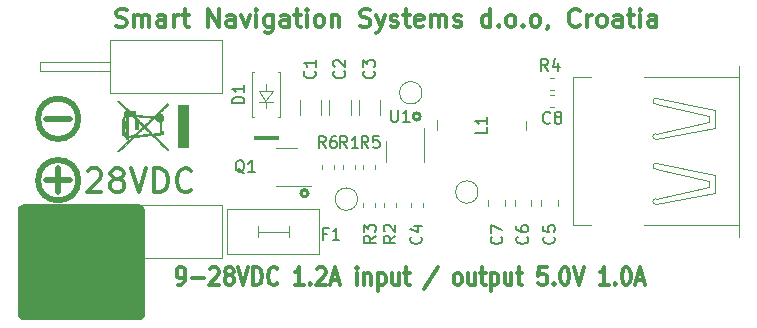
<source format=gbr>
G04 #@! TF.GenerationSoftware,KiCad,Pcbnew,5.0.2-bee76a0~70~ubuntu16.04.1*
G04 #@! TF.CreationDate,2019-02-21T23:56:22+01:00*
G04 #@! TF.ProjectId,24VDC_to_USB_voltage_converter,32345644-435f-4746-9f5f-5553425f766f,rev?*
G04 #@! TF.SameCoordinates,Original*
G04 #@! TF.FileFunction,Legend,Top*
G04 #@! TF.FilePolarity,Positive*
%FSLAX46Y46*%
G04 Gerber Fmt 4.6, Leading zero omitted, Abs format (unit mm)*
G04 Created by KiCad (PCBNEW 5.0.2-bee76a0~70~ubuntu16.04.1) date Thu 21 Feb 2019 11:56:22 PM CET*
%MOMM*%
%LPD*%
G01*
G04 APERTURE LIST*
%ADD10C,0.200000*%
%ADD11C,0.300000*%
%ADD12C,0.500000*%
%ADD13C,0.120000*%
%ADD14C,0.100000*%
%ADD15C,0.010000*%
%ADD16C,0.150000*%
G04 APERTURE END LIST*
D10*
X138000000Y-85000000D02*
G75*
G03X138000000Y-85000000I-250000J0D01*
G01*
X138103553Y-85000000D02*
G75*
G03X138103553Y-85000000I-353553J0D01*
G01*
X128500000Y-91500000D02*
G75*
G03X128500000Y-91500000I-250000J0D01*
G01*
X128603553Y-91500000D02*
G75*
G03X128603553Y-91500000I-353553J0D01*
G01*
D11*
X117545238Y-99278571D02*
X117792857Y-99278571D01*
X117916666Y-99207142D01*
X117978571Y-99135714D01*
X118102380Y-98921428D01*
X118164285Y-98635714D01*
X118164285Y-98064285D01*
X118102380Y-97921428D01*
X118040476Y-97850000D01*
X117916666Y-97778571D01*
X117669047Y-97778571D01*
X117545238Y-97850000D01*
X117483333Y-97921428D01*
X117421428Y-98064285D01*
X117421428Y-98421428D01*
X117483333Y-98564285D01*
X117545238Y-98635714D01*
X117669047Y-98707142D01*
X117916666Y-98707142D01*
X118040476Y-98635714D01*
X118102380Y-98564285D01*
X118164285Y-98421428D01*
X118721428Y-98707142D02*
X119711904Y-98707142D01*
X120269047Y-97921428D02*
X120330952Y-97850000D01*
X120454761Y-97778571D01*
X120764285Y-97778571D01*
X120888095Y-97850000D01*
X120950000Y-97921428D01*
X121011904Y-98064285D01*
X121011904Y-98207142D01*
X120950000Y-98421428D01*
X120207142Y-99278571D01*
X121011904Y-99278571D01*
X121754761Y-98421428D02*
X121630952Y-98350000D01*
X121569047Y-98278571D01*
X121507142Y-98135714D01*
X121507142Y-98064285D01*
X121569047Y-97921428D01*
X121630952Y-97850000D01*
X121754761Y-97778571D01*
X122002380Y-97778571D01*
X122126190Y-97850000D01*
X122188095Y-97921428D01*
X122250000Y-98064285D01*
X122250000Y-98135714D01*
X122188095Y-98278571D01*
X122126190Y-98350000D01*
X122002380Y-98421428D01*
X121754761Y-98421428D01*
X121630952Y-98492857D01*
X121569047Y-98564285D01*
X121507142Y-98707142D01*
X121507142Y-98992857D01*
X121569047Y-99135714D01*
X121630952Y-99207142D01*
X121754761Y-99278571D01*
X122002380Y-99278571D01*
X122126190Y-99207142D01*
X122188095Y-99135714D01*
X122250000Y-98992857D01*
X122250000Y-98707142D01*
X122188095Y-98564285D01*
X122126190Y-98492857D01*
X122002380Y-98421428D01*
X122621428Y-97778571D02*
X123054761Y-99278571D01*
X123488095Y-97778571D01*
X123921428Y-99278571D02*
X123921428Y-97778571D01*
X124230952Y-97778571D01*
X124416666Y-97850000D01*
X124540476Y-97992857D01*
X124602380Y-98135714D01*
X124664285Y-98421428D01*
X124664285Y-98635714D01*
X124602380Y-98921428D01*
X124540476Y-99064285D01*
X124416666Y-99207142D01*
X124230952Y-99278571D01*
X123921428Y-99278571D01*
X125964285Y-99135714D02*
X125902380Y-99207142D01*
X125716666Y-99278571D01*
X125592857Y-99278571D01*
X125407142Y-99207142D01*
X125283333Y-99064285D01*
X125221428Y-98921428D01*
X125159523Y-98635714D01*
X125159523Y-98421428D01*
X125221428Y-98135714D01*
X125283333Y-97992857D01*
X125407142Y-97850000D01*
X125592857Y-97778571D01*
X125716666Y-97778571D01*
X125902380Y-97850000D01*
X125964285Y-97921428D01*
X128192857Y-99278571D02*
X127450000Y-99278571D01*
X127821428Y-99278571D02*
X127821428Y-97778571D01*
X127697619Y-97992857D01*
X127573809Y-98135714D01*
X127450000Y-98207142D01*
X128750000Y-99135714D02*
X128811904Y-99207142D01*
X128750000Y-99278571D01*
X128688095Y-99207142D01*
X128750000Y-99135714D01*
X128750000Y-99278571D01*
X129307142Y-97921428D02*
X129369047Y-97850000D01*
X129492857Y-97778571D01*
X129802380Y-97778571D01*
X129926190Y-97850000D01*
X129988095Y-97921428D01*
X130050000Y-98064285D01*
X130050000Y-98207142D01*
X129988095Y-98421428D01*
X129245238Y-99278571D01*
X130050000Y-99278571D01*
X130545238Y-98850000D02*
X131164285Y-98850000D01*
X130421428Y-99278571D02*
X130854761Y-97778571D01*
X131288095Y-99278571D01*
X132711904Y-99278571D02*
X132711904Y-98278571D01*
X132711904Y-97778571D02*
X132650000Y-97850000D01*
X132711904Y-97921428D01*
X132773809Y-97850000D01*
X132711904Y-97778571D01*
X132711904Y-97921428D01*
X133330952Y-98278571D02*
X133330952Y-99278571D01*
X133330952Y-98421428D02*
X133392857Y-98350000D01*
X133516666Y-98278571D01*
X133702380Y-98278571D01*
X133826190Y-98350000D01*
X133888095Y-98492857D01*
X133888095Y-99278571D01*
X134507142Y-98278571D02*
X134507142Y-99778571D01*
X134507142Y-98350000D02*
X134630952Y-98278571D01*
X134878571Y-98278571D01*
X135002380Y-98350000D01*
X135064285Y-98421428D01*
X135126190Y-98564285D01*
X135126190Y-98992857D01*
X135064285Y-99135714D01*
X135002380Y-99207142D01*
X134878571Y-99278571D01*
X134630952Y-99278571D01*
X134507142Y-99207142D01*
X136240476Y-98278571D02*
X136240476Y-99278571D01*
X135683333Y-98278571D02*
X135683333Y-99064285D01*
X135745238Y-99207142D01*
X135869047Y-99278571D01*
X136054761Y-99278571D01*
X136178571Y-99207142D01*
X136240476Y-99135714D01*
X136673809Y-98278571D02*
X137169047Y-98278571D01*
X136859523Y-97778571D02*
X136859523Y-99064285D01*
X136921428Y-99207142D01*
X137045238Y-99278571D01*
X137169047Y-99278571D01*
X139521428Y-97707142D02*
X138407142Y-99635714D01*
X141130952Y-99278571D02*
X141007142Y-99207142D01*
X140945238Y-99135714D01*
X140883333Y-98992857D01*
X140883333Y-98564285D01*
X140945238Y-98421428D01*
X141007142Y-98350000D01*
X141130952Y-98278571D01*
X141316666Y-98278571D01*
X141440476Y-98350000D01*
X141502380Y-98421428D01*
X141564285Y-98564285D01*
X141564285Y-98992857D01*
X141502380Y-99135714D01*
X141440476Y-99207142D01*
X141316666Y-99278571D01*
X141130952Y-99278571D01*
X142678571Y-98278571D02*
X142678571Y-99278571D01*
X142121428Y-98278571D02*
X142121428Y-99064285D01*
X142183333Y-99207142D01*
X142307142Y-99278571D01*
X142492857Y-99278571D01*
X142616666Y-99207142D01*
X142678571Y-99135714D01*
X143111904Y-98278571D02*
X143607142Y-98278571D01*
X143297619Y-97778571D02*
X143297619Y-99064285D01*
X143359523Y-99207142D01*
X143483333Y-99278571D01*
X143607142Y-99278571D01*
X144040476Y-98278571D02*
X144040476Y-99778571D01*
X144040476Y-98350000D02*
X144164285Y-98278571D01*
X144411904Y-98278571D01*
X144535714Y-98350000D01*
X144597619Y-98421428D01*
X144659523Y-98564285D01*
X144659523Y-98992857D01*
X144597619Y-99135714D01*
X144535714Y-99207142D01*
X144411904Y-99278571D01*
X144164285Y-99278571D01*
X144040476Y-99207142D01*
X145773809Y-98278571D02*
X145773809Y-99278571D01*
X145216666Y-98278571D02*
X145216666Y-99064285D01*
X145278571Y-99207142D01*
X145402380Y-99278571D01*
X145588095Y-99278571D01*
X145711904Y-99207142D01*
X145773809Y-99135714D01*
X146207142Y-98278571D02*
X146702380Y-98278571D01*
X146392857Y-97778571D02*
X146392857Y-99064285D01*
X146454761Y-99207142D01*
X146578571Y-99278571D01*
X146702380Y-99278571D01*
X148745238Y-97778571D02*
X148126190Y-97778571D01*
X148064285Y-98492857D01*
X148126190Y-98421428D01*
X148250000Y-98350000D01*
X148559523Y-98350000D01*
X148683333Y-98421428D01*
X148745238Y-98492857D01*
X148807142Y-98635714D01*
X148807142Y-98992857D01*
X148745238Y-99135714D01*
X148683333Y-99207142D01*
X148559523Y-99278571D01*
X148250000Y-99278571D01*
X148126190Y-99207142D01*
X148064285Y-99135714D01*
X149364285Y-99135714D02*
X149426190Y-99207142D01*
X149364285Y-99278571D01*
X149302380Y-99207142D01*
X149364285Y-99135714D01*
X149364285Y-99278571D01*
X150230952Y-97778571D02*
X150354761Y-97778571D01*
X150478571Y-97850000D01*
X150540476Y-97921428D01*
X150602380Y-98064285D01*
X150664285Y-98350000D01*
X150664285Y-98707142D01*
X150602380Y-98992857D01*
X150540476Y-99135714D01*
X150478571Y-99207142D01*
X150354761Y-99278571D01*
X150230952Y-99278571D01*
X150107142Y-99207142D01*
X150045238Y-99135714D01*
X149983333Y-98992857D01*
X149921428Y-98707142D01*
X149921428Y-98350000D01*
X149983333Y-98064285D01*
X150045238Y-97921428D01*
X150107142Y-97850000D01*
X150230952Y-97778571D01*
X151035714Y-97778571D02*
X151469047Y-99278571D01*
X151902380Y-97778571D01*
X154007142Y-99278571D02*
X153264285Y-99278571D01*
X153635714Y-99278571D02*
X153635714Y-97778571D01*
X153511904Y-97992857D01*
X153388095Y-98135714D01*
X153264285Y-98207142D01*
X154564285Y-99135714D02*
X154626190Y-99207142D01*
X154564285Y-99278571D01*
X154502380Y-99207142D01*
X154564285Y-99135714D01*
X154564285Y-99278571D01*
X155430952Y-97778571D02*
X155554761Y-97778571D01*
X155678571Y-97850000D01*
X155740476Y-97921428D01*
X155802380Y-98064285D01*
X155864285Y-98350000D01*
X155864285Y-98707142D01*
X155802380Y-98992857D01*
X155740476Y-99135714D01*
X155678571Y-99207142D01*
X155554761Y-99278571D01*
X155430952Y-99278571D01*
X155307142Y-99207142D01*
X155245238Y-99135714D01*
X155183333Y-98992857D01*
X155121428Y-98707142D01*
X155121428Y-98350000D01*
X155183333Y-98064285D01*
X155245238Y-97921428D01*
X155307142Y-97850000D01*
X155430952Y-97778571D01*
X156359523Y-98850000D02*
X156978571Y-98850000D01*
X156235714Y-99278571D02*
X156669047Y-97778571D01*
X157102380Y-99278571D01*
X109919047Y-89595238D02*
X110014285Y-89500000D01*
X110204761Y-89404761D01*
X110680952Y-89404761D01*
X110871428Y-89500000D01*
X110966666Y-89595238D01*
X111061904Y-89785714D01*
X111061904Y-89976190D01*
X110966666Y-90261904D01*
X109823809Y-91404761D01*
X111061904Y-91404761D01*
X112204761Y-90261904D02*
X112014285Y-90166666D01*
X111919047Y-90071428D01*
X111823809Y-89880952D01*
X111823809Y-89785714D01*
X111919047Y-89595238D01*
X112014285Y-89500000D01*
X112204761Y-89404761D01*
X112585714Y-89404761D01*
X112776190Y-89500000D01*
X112871428Y-89595238D01*
X112966666Y-89785714D01*
X112966666Y-89880952D01*
X112871428Y-90071428D01*
X112776190Y-90166666D01*
X112585714Y-90261904D01*
X112204761Y-90261904D01*
X112014285Y-90357142D01*
X111919047Y-90452380D01*
X111823809Y-90642857D01*
X111823809Y-91023809D01*
X111919047Y-91214285D01*
X112014285Y-91309523D01*
X112204761Y-91404761D01*
X112585714Y-91404761D01*
X112776190Y-91309523D01*
X112871428Y-91214285D01*
X112966666Y-91023809D01*
X112966666Y-90642857D01*
X112871428Y-90452380D01*
X112776190Y-90357142D01*
X112585714Y-90261904D01*
X113538095Y-89404761D02*
X114204761Y-91404761D01*
X114871428Y-89404761D01*
X115538095Y-91404761D02*
X115538095Y-89404761D01*
X116014285Y-89404761D01*
X116300000Y-89500000D01*
X116490476Y-89690476D01*
X116585714Y-89880952D01*
X116680952Y-90261904D01*
X116680952Y-90547619D01*
X116585714Y-90928571D01*
X116490476Y-91119047D01*
X116300000Y-91309523D01*
X116014285Y-91404761D01*
X115538095Y-91404761D01*
X118680952Y-91214285D02*
X118585714Y-91309523D01*
X118300000Y-91404761D01*
X118109523Y-91404761D01*
X117823809Y-91309523D01*
X117633333Y-91119047D01*
X117538095Y-90928571D01*
X117442857Y-90547619D01*
X117442857Y-90261904D01*
X117538095Y-89880952D01*
X117633333Y-89690476D01*
X117823809Y-89500000D01*
X118109523Y-89404761D01*
X118300000Y-89404761D01*
X118585714Y-89500000D01*
X118680952Y-89595238D01*
D12*
X106400000Y-85200000D02*
X108400000Y-85200000D01*
X109108801Y-85200000D02*
G75*
G03X109108801Y-85200000I-1708801J0D01*
G01*
X107400000Y-91400000D02*
X107400000Y-89400000D01*
X109108801Y-90400000D02*
G75*
G03X109108801Y-90400000I-1708801J0D01*
G01*
X106400000Y-90400000D02*
X108400000Y-90400000D01*
D11*
X112332142Y-77332142D02*
X112546428Y-77403571D01*
X112903571Y-77403571D01*
X113046428Y-77332142D01*
X113117857Y-77260714D01*
X113189285Y-77117857D01*
X113189285Y-76975000D01*
X113117857Y-76832142D01*
X113046428Y-76760714D01*
X112903571Y-76689285D01*
X112617857Y-76617857D01*
X112475000Y-76546428D01*
X112403571Y-76475000D01*
X112332142Y-76332142D01*
X112332142Y-76189285D01*
X112403571Y-76046428D01*
X112475000Y-75975000D01*
X112617857Y-75903571D01*
X112975000Y-75903571D01*
X113189285Y-75975000D01*
X113832142Y-77403571D02*
X113832142Y-76403571D01*
X113832142Y-76546428D02*
X113903571Y-76475000D01*
X114046428Y-76403571D01*
X114260714Y-76403571D01*
X114403571Y-76475000D01*
X114475000Y-76617857D01*
X114475000Y-77403571D01*
X114475000Y-76617857D02*
X114546428Y-76475000D01*
X114689285Y-76403571D01*
X114903571Y-76403571D01*
X115046428Y-76475000D01*
X115117857Y-76617857D01*
X115117857Y-77403571D01*
X116475000Y-77403571D02*
X116475000Y-76617857D01*
X116403571Y-76475000D01*
X116260714Y-76403571D01*
X115975000Y-76403571D01*
X115832142Y-76475000D01*
X116475000Y-77332142D02*
X116332142Y-77403571D01*
X115975000Y-77403571D01*
X115832142Y-77332142D01*
X115760714Y-77189285D01*
X115760714Y-77046428D01*
X115832142Y-76903571D01*
X115975000Y-76832142D01*
X116332142Y-76832142D01*
X116475000Y-76760714D01*
X117189285Y-77403571D02*
X117189285Y-76403571D01*
X117189285Y-76689285D02*
X117260714Y-76546428D01*
X117332142Y-76475000D01*
X117475000Y-76403571D01*
X117617857Y-76403571D01*
X117903571Y-76403571D02*
X118475000Y-76403571D01*
X118117857Y-75903571D02*
X118117857Y-77189285D01*
X118189285Y-77332142D01*
X118332142Y-77403571D01*
X118475000Y-77403571D01*
X120117857Y-77403571D02*
X120117857Y-75903571D01*
X120975000Y-77403571D01*
X120975000Y-75903571D01*
X122332142Y-77403571D02*
X122332142Y-76617857D01*
X122260714Y-76475000D01*
X122117857Y-76403571D01*
X121832142Y-76403571D01*
X121689285Y-76475000D01*
X122332142Y-77332142D02*
X122189285Y-77403571D01*
X121832142Y-77403571D01*
X121689285Y-77332142D01*
X121617857Y-77189285D01*
X121617857Y-77046428D01*
X121689285Y-76903571D01*
X121832142Y-76832142D01*
X122189285Y-76832142D01*
X122332142Y-76760714D01*
X122903571Y-76403571D02*
X123260714Y-77403571D01*
X123617857Y-76403571D01*
X124189285Y-77403571D02*
X124189285Y-76403571D01*
X124189285Y-75903571D02*
X124117857Y-75975000D01*
X124189285Y-76046428D01*
X124260714Y-75975000D01*
X124189285Y-75903571D01*
X124189285Y-76046428D01*
X125546428Y-76403571D02*
X125546428Y-77617857D01*
X125475000Y-77760714D01*
X125403571Y-77832142D01*
X125260714Y-77903571D01*
X125046428Y-77903571D01*
X124903571Y-77832142D01*
X125546428Y-77332142D02*
X125403571Y-77403571D01*
X125117857Y-77403571D01*
X124975000Y-77332142D01*
X124903571Y-77260714D01*
X124832142Y-77117857D01*
X124832142Y-76689285D01*
X124903571Y-76546428D01*
X124975000Y-76475000D01*
X125117857Y-76403571D01*
X125403571Y-76403571D01*
X125546428Y-76475000D01*
X126903571Y-77403571D02*
X126903571Y-76617857D01*
X126832142Y-76475000D01*
X126689285Y-76403571D01*
X126403571Y-76403571D01*
X126260714Y-76475000D01*
X126903571Y-77332142D02*
X126760714Y-77403571D01*
X126403571Y-77403571D01*
X126260714Y-77332142D01*
X126189285Y-77189285D01*
X126189285Y-77046428D01*
X126260714Y-76903571D01*
X126403571Y-76832142D01*
X126760714Y-76832142D01*
X126903571Y-76760714D01*
X127403571Y-76403571D02*
X127975000Y-76403571D01*
X127617857Y-75903571D02*
X127617857Y-77189285D01*
X127689285Y-77332142D01*
X127832142Y-77403571D01*
X127975000Y-77403571D01*
X128474999Y-77403571D02*
X128474999Y-76403571D01*
X128474999Y-75903571D02*
X128403571Y-75975000D01*
X128474999Y-76046428D01*
X128546428Y-75975000D01*
X128474999Y-75903571D01*
X128474999Y-76046428D01*
X129403571Y-77403571D02*
X129260714Y-77332142D01*
X129189285Y-77260714D01*
X129117857Y-77117857D01*
X129117857Y-76689285D01*
X129189285Y-76546428D01*
X129260714Y-76475000D01*
X129403571Y-76403571D01*
X129617857Y-76403571D01*
X129760714Y-76475000D01*
X129832142Y-76546428D01*
X129903571Y-76689285D01*
X129903571Y-77117857D01*
X129832142Y-77260714D01*
X129760714Y-77332142D01*
X129617857Y-77403571D01*
X129403571Y-77403571D01*
X130546428Y-76403571D02*
X130546428Y-77403571D01*
X130546428Y-76546428D02*
X130617857Y-76475000D01*
X130760714Y-76403571D01*
X130975000Y-76403571D01*
X131117857Y-76475000D01*
X131189285Y-76617857D01*
X131189285Y-77403571D01*
X132975000Y-77332142D02*
X133189285Y-77403571D01*
X133546428Y-77403571D01*
X133689285Y-77332142D01*
X133760714Y-77260714D01*
X133832142Y-77117857D01*
X133832142Y-76975000D01*
X133760714Y-76832142D01*
X133689285Y-76760714D01*
X133546428Y-76689285D01*
X133260714Y-76617857D01*
X133117857Y-76546428D01*
X133046428Y-76475000D01*
X132975000Y-76332142D01*
X132975000Y-76189285D01*
X133046428Y-76046428D01*
X133117857Y-75975000D01*
X133260714Y-75903571D01*
X133617857Y-75903571D01*
X133832142Y-75975000D01*
X134332142Y-76403571D02*
X134689285Y-77403571D01*
X135046428Y-76403571D02*
X134689285Y-77403571D01*
X134546428Y-77760714D01*
X134475000Y-77832142D01*
X134332142Y-77903571D01*
X135546428Y-77332142D02*
X135689285Y-77403571D01*
X135975000Y-77403571D01*
X136117857Y-77332142D01*
X136189285Y-77189285D01*
X136189285Y-77117857D01*
X136117857Y-76975000D01*
X135975000Y-76903571D01*
X135760714Y-76903571D01*
X135617857Y-76832142D01*
X135546428Y-76689285D01*
X135546428Y-76617857D01*
X135617857Y-76475000D01*
X135760714Y-76403571D01*
X135975000Y-76403571D01*
X136117857Y-76475000D01*
X136617857Y-76403571D02*
X137189285Y-76403571D01*
X136832142Y-75903571D02*
X136832142Y-77189285D01*
X136903571Y-77332142D01*
X137046428Y-77403571D01*
X137189285Y-77403571D01*
X138260714Y-77332142D02*
X138117857Y-77403571D01*
X137832142Y-77403571D01*
X137689285Y-77332142D01*
X137617857Y-77189285D01*
X137617857Y-76617857D01*
X137689285Y-76475000D01*
X137832142Y-76403571D01*
X138117857Y-76403571D01*
X138260714Y-76475000D01*
X138332142Y-76617857D01*
X138332142Y-76760714D01*
X137617857Y-76903571D01*
X138975000Y-77403571D02*
X138975000Y-76403571D01*
X138975000Y-76546428D02*
X139046428Y-76475000D01*
X139189285Y-76403571D01*
X139403571Y-76403571D01*
X139546428Y-76475000D01*
X139617857Y-76617857D01*
X139617857Y-77403571D01*
X139617857Y-76617857D02*
X139689285Y-76475000D01*
X139832142Y-76403571D01*
X140046428Y-76403571D01*
X140189285Y-76475000D01*
X140260714Y-76617857D01*
X140260714Y-77403571D01*
X140903571Y-77332142D02*
X141046428Y-77403571D01*
X141332142Y-77403571D01*
X141475000Y-77332142D01*
X141546428Y-77189285D01*
X141546428Y-77117857D01*
X141475000Y-76975000D01*
X141332142Y-76903571D01*
X141117857Y-76903571D01*
X140975000Y-76832142D01*
X140903571Y-76689285D01*
X140903571Y-76617857D01*
X140975000Y-76475000D01*
X141117857Y-76403571D01*
X141332142Y-76403571D01*
X141475000Y-76475000D01*
X143975000Y-77403571D02*
X143975000Y-75903571D01*
X143975000Y-77332142D02*
X143832142Y-77403571D01*
X143546428Y-77403571D01*
X143403571Y-77332142D01*
X143332142Y-77260714D01*
X143260714Y-77117857D01*
X143260714Y-76689285D01*
X143332142Y-76546428D01*
X143403571Y-76475000D01*
X143546428Y-76403571D01*
X143832142Y-76403571D01*
X143975000Y-76475000D01*
X144689285Y-77260714D02*
X144760714Y-77332142D01*
X144689285Y-77403571D01*
X144617857Y-77332142D01*
X144689285Y-77260714D01*
X144689285Y-77403571D01*
X145617857Y-77403571D02*
X145475000Y-77332142D01*
X145403571Y-77260714D01*
X145332142Y-77117857D01*
X145332142Y-76689285D01*
X145403571Y-76546428D01*
X145475000Y-76475000D01*
X145617857Y-76403571D01*
X145832142Y-76403571D01*
X145975000Y-76475000D01*
X146046428Y-76546428D01*
X146117857Y-76689285D01*
X146117857Y-77117857D01*
X146046428Y-77260714D01*
X145975000Y-77332142D01*
X145832142Y-77403571D01*
X145617857Y-77403571D01*
X146760714Y-77260714D02*
X146832142Y-77332142D01*
X146760714Y-77403571D01*
X146689285Y-77332142D01*
X146760714Y-77260714D01*
X146760714Y-77403571D01*
X147689285Y-77403571D02*
X147546428Y-77332142D01*
X147475000Y-77260714D01*
X147403571Y-77117857D01*
X147403571Y-76689285D01*
X147475000Y-76546428D01*
X147546428Y-76475000D01*
X147689285Y-76403571D01*
X147903571Y-76403571D01*
X148046428Y-76475000D01*
X148117857Y-76546428D01*
X148189285Y-76689285D01*
X148189285Y-77117857D01*
X148117857Y-77260714D01*
X148046428Y-77332142D01*
X147903571Y-77403571D01*
X147689285Y-77403571D01*
X148903571Y-77332142D02*
X148903571Y-77403571D01*
X148832142Y-77546428D01*
X148760714Y-77617857D01*
X151546428Y-77260714D02*
X151475000Y-77332142D01*
X151260714Y-77403571D01*
X151117857Y-77403571D01*
X150903571Y-77332142D01*
X150760714Y-77189285D01*
X150689285Y-77046428D01*
X150617857Y-76760714D01*
X150617857Y-76546428D01*
X150689285Y-76260714D01*
X150760714Y-76117857D01*
X150903571Y-75975000D01*
X151117857Y-75903571D01*
X151260714Y-75903571D01*
X151475000Y-75975000D01*
X151546428Y-76046428D01*
X152189285Y-77403571D02*
X152189285Y-76403571D01*
X152189285Y-76689285D02*
X152260714Y-76546428D01*
X152332142Y-76475000D01*
X152475000Y-76403571D01*
X152617857Y-76403571D01*
X153332142Y-77403571D02*
X153189285Y-77332142D01*
X153117857Y-77260714D01*
X153046428Y-77117857D01*
X153046428Y-76689285D01*
X153117857Y-76546428D01*
X153189285Y-76475000D01*
X153332142Y-76403571D01*
X153546428Y-76403571D01*
X153689285Y-76475000D01*
X153760714Y-76546428D01*
X153832142Y-76689285D01*
X153832142Y-77117857D01*
X153760714Y-77260714D01*
X153689285Y-77332142D01*
X153546428Y-77403571D01*
X153332142Y-77403571D01*
X155117857Y-77403571D02*
X155117857Y-76617857D01*
X155046428Y-76475000D01*
X154903571Y-76403571D01*
X154617857Y-76403571D01*
X154475000Y-76475000D01*
X155117857Y-77332142D02*
X154975000Y-77403571D01*
X154617857Y-77403571D01*
X154475000Y-77332142D01*
X154403571Y-77189285D01*
X154403571Y-77046428D01*
X154475000Y-76903571D01*
X154617857Y-76832142D01*
X154975000Y-76832142D01*
X155117857Y-76760714D01*
X155617857Y-76403571D02*
X156189285Y-76403571D01*
X155832142Y-75903571D02*
X155832142Y-77189285D01*
X155903571Y-77332142D01*
X156046428Y-77403571D01*
X156189285Y-77403571D01*
X156689285Y-77403571D02*
X156689285Y-76403571D01*
X156689285Y-75903571D02*
X156617857Y-75975000D01*
X156689285Y-76046428D01*
X156760714Y-75975000D01*
X156689285Y-75903571D01*
X156689285Y-76046428D01*
X158046428Y-77403571D02*
X158046428Y-76617857D01*
X157975000Y-76475000D01*
X157832142Y-76403571D01*
X157546428Y-76403571D01*
X157403571Y-76475000D01*
X158046428Y-77332142D02*
X157903571Y-77403571D01*
X157546428Y-77403571D01*
X157403571Y-77332142D01*
X157332142Y-77189285D01*
X157332142Y-77046428D01*
X157403571Y-76903571D01*
X157546428Y-76832142D01*
X157903571Y-76832142D01*
X158046428Y-76760714D01*
D13*
G04 #@! TO.C,U1*
X135140000Y-87100000D02*
X135140000Y-88900000D01*
X138360000Y-88900000D02*
X138360000Y-85950000D01*
G04 #@! TO.C,C4*
X138260000Y-92662779D02*
X138260000Y-92337221D01*
X137240000Y-92662779D02*
X137240000Y-92337221D01*
G04 #@! TO.C,C8*
X149379587Y-84241307D02*
X149054029Y-84241307D01*
X149379587Y-83221307D02*
X149054029Y-83221307D01*
G04 #@! TO.C,C2*
X130340000Y-84852064D02*
X130340000Y-83647936D01*
X132160000Y-84852064D02*
X132160000Y-83647936D01*
G04 #@! TO.C,C3*
X134660000Y-84852064D02*
X134660000Y-83647936D01*
X132840000Y-84852064D02*
X132840000Y-83647936D01*
G04 #@! TO.C,C1*
X127840000Y-84852064D02*
X127840000Y-83647936D01*
X129660000Y-84852064D02*
X129660000Y-83647936D01*
G04 #@! TO.C,L1*
X147050000Y-86150000D02*
X147050000Y-85350000D01*
X139450000Y-86150000D02*
X139450000Y-85300000D01*
D14*
G04 #@! TO.C,J2*
X151000000Y-94200000D02*
X151000000Y-81700000D01*
X165000000Y-94200000D02*
X165000000Y-81700000D01*
X151000000Y-94200000D02*
X152550000Y-94200000D01*
X165000000Y-94200000D02*
X157000000Y-94200000D01*
X165000000Y-81700000D02*
X157000000Y-81700000D01*
X151000000Y-81700000D02*
X152550000Y-81700000D01*
X165000000Y-81700000D02*
X165000000Y-80700000D01*
X165000000Y-94200000D02*
X165000000Y-95200000D01*
X158000000Y-92450000D02*
X163000000Y-91450000D01*
X163000000Y-91450000D02*
X163000000Y-89950000D01*
X163000000Y-89950000D02*
X158000000Y-88950000D01*
X158000000Y-86950000D02*
X163000000Y-85950000D01*
X163000000Y-85950000D02*
X163000000Y-84450000D01*
X163000000Y-84450000D02*
X158000000Y-83450000D01*
X158000000Y-91950000D02*
X162500000Y-90950000D01*
X162500000Y-90950000D02*
X162500000Y-90450000D01*
X162500000Y-90450000D02*
X158000000Y-89450000D01*
X158000000Y-86450000D02*
X162500000Y-85450000D01*
X162500000Y-85450000D02*
X162500000Y-84950000D01*
X162500000Y-84950000D02*
X158000000Y-83950000D01*
X158000000Y-92450000D02*
G75*
G02X158000000Y-91950000I0J250000D01*
G01*
X158000000Y-89450000D02*
G75*
G02X158000000Y-88950000I0J250000D01*
G01*
X158000000Y-83950000D02*
G75*
G02X158000000Y-83450000I0J250000D01*
G01*
X158000000Y-86950000D02*
G75*
G02X158000000Y-86450000I0J250000D01*
G01*
G04 #@! TO.C,D1*
X124000000Y-81250000D02*
X123800000Y-81250000D01*
X123800000Y-81250000D02*
X123800000Y-85050000D01*
X123800000Y-85050000D02*
X124000000Y-85050000D01*
X126000000Y-85050000D02*
X126200000Y-85050000D01*
X126200000Y-85050000D02*
X126200000Y-81250000D01*
X126200000Y-81250000D02*
X126000000Y-81250000D01*
X125000000Y-84250000D02*
X125000000Y-83850000D01*
X124400000Y-83750000D02*
X125600000Y-83750000D01*
X125000000Y-83750000D02*
X124400000Y-82850000D01*
X124400000Y-82850000D02*
X125600000Y-82850000D01*
X125600000Y-82850000D02*
X125000000Y-83650000D01*
X125000000Y-82850000D02*
X125000000Y-82250000D01*
X124100000Y-86650000D02*
X126000000Y-86650000D01*
X126000000Y-86650000D02*
X126000000Y-86750000D01*
X126000000Y-86750000D02*
X124100000Y-86750000D01*
X124100000Y-86750000D02*
X124100000Y-86850000D01*
X124100000Y-86850000D02*
X126000000Y-86850000D01*
X126000000Y-86850000D02*
X126000000Y-86950000D01*
X126000000Y-86950000D02*
X124100000Y-86950000D01*
X124000000Y-86650000D02*
X124000000Y-86950000D01*
X124000000Y-86950000D02*
X124100000Y-86950000D01*
X124100000Y-86950000D02*
X124100000Y-86650000D01*
G04 #@! TO.C,F1*
X121700000Y-92850000D02*
X121700000Y-96650000D01*
X121700000Y-96650000D02*
X129500000Y-96650000D01*
X129500000Y-96650000D02*
X129500000Y-92850000D01*
X129500000Y-92850000D02*
X121700000Y-92850000D01*
X124300000Y-94250000D02*
X124300000Y-95250000D01*
X126900000Y-94250000D02*
X126900000Y-95250000D01*
X124300000Y-94750000D02*
X126900000Y-94750000D01*
G04 #@! TO.C,J1*
X105900000Y-94350000D02*
X111700000Y-94350000D01*
X105900000Y-95150000D02*
X105900000Y-94350000D01*
X111700000Y-95150000D02*
X105900000Y-95150000D01*
X111750000Y-97000000D02*
X121250000Y-97000000D01*
X111750000Y-92500000D02*
X111750000Y-97000000D01*
X121250000Y-92500000D02*
X111750000Y-92500000D01*
X121250000Y-97000000D02*
X121250000Y-92500000D01*
G04 #@! TO.C,J3*
X121250000Y-83000000D02*
X121250000Y-78500000D01*
X121250000Y-78500000D02*
X111750000Y-78500000D01*
X111750000Y-78500000D02*
X111750000Y-83000000D01*
X111750000Y-83000000D02*
X121250000Y-83000000D01*
X111700000Y-81150000D02*
X105900000Y-81150000D01*
X105900000Y-81150000D02*
X105900000Y-80350000D01*
X105900000Y-80350000D02*
X111700000Y-80350000D01*
D13*
G04 #@! TO.C,Q1*
X127650000Y-87640000D02*
X125850000Y-87640000D01*
X125850000Y-90860000D02*
X128800000Y-90860000D01*
G04 #@! TO.C,R1*
X129740000Y-89087221D02*
X129740000Y-89412779D01*
X130760000Y-89087221D02*
X130760000Y-89412779D01*
G04 #@! TO.C,R2*
X134990000Y-92662779D02*
X134990000Y-92337221D01*
X136010000Y-92662779D02*
X136010000Y-92337221D01*
G04 #@! TO.C,R3*
X133240000Y-92337221D02*
X133240000Y-92662779D01*
X134260000Y-92337221D02*
X134260000Y-92662779D01*
G04 #@! TO.C,R4*
X149379587Y-82741307D02*
X149054029Y-82741307D01*
X149379587Y-81721307D02*
X149054029Y-81721307D01*
G04 #@! TO.C,R5*
X133240000Y-89087221D02*
X133240000Y-89412779D01*
X134260000Y-89087221D02*
X134260000Y-89412779D01*
G04 #@! TO.C,R6*
X131490000Y-89412779D02*
X131490000Y-89087221D01*
X132510000Y-89412779D02*
X132510000Y-89087221D01*
G04 #@! TO.C,C7*
X145210000Y-92066421D02*
X145210000Y-92583577D01*
X143790000Y-92066421D02*
X143790000Y-92583577D01*
G04 #@! TO.C,C6*
X146040000Y-92066421D02*
X146040000Y-92583577D01*
X147460000Y-92066421D02*
X147460000Y-92583577D01*
G04 #@! TO.C,C5*
X149710000Y-92066421D02*
X149710000Y-92583577D01*
X148290000Y-92066421D02*
X148290000Y-92583577D01*
G04 #@! TO.C,TP3*
X138200000Y-83000000D02*
G75*
G03X138200000Y-83000000I-950000J0D01*
G01*
G04 #@! TO.C,TP1*
X142950000Y-91400000D02*
G75*
G03X142950000Y-91400000I-950000J0D01*
G01*
G04 #@! TO.C,TP2*
X132750000Y-92000000D02*
G75*
G03X132750000Y-92000000I-950000J0D01*
G01*
D15*
G04 #@! TO.C,REF\002A\002A*
G36*
X112464848Y-83675570D02*
X112551931Y-83676189D01*
X113010891Y-84127914D01*
X113469852Y-84579639D01*
X113680471Y-84579968D01*
X113891089Y-84580297D01*
X113891089Y-84855390D01*
X113944530Y-84862478D01*
X113968888Y-84865162D01*
X114014759Y-84869687D01*
X114079405Y-84875809D01*
X114160091Y-84883288D01*
X114254081Y-84891881D01*
X114358637Y-84901346D01*
X114471025Y-84911442D01*
X114588507Y-84921926D01*
X114708348Y-84932556D01*
X114827811Y-84943091D01*
X114944159Y-84953287D01*
X115054657Y-84962905D01*
X115156569Y-84971700D01*
X115247158Y-84979432D01*
X115323687Y-84985858D01*
X115383421Y-84990737D01*
X115423624Y-84993825D01*
X115441559Y-84994883D01*
X115441644Y-84994882D01*
X115456035Y-84987173D01*
X115485748Y-84964019D01*
X115531131Y-84925105D01*
X115592529Y-84870116D01*
X115670288Y-84798736D01*
X115764754Y-84710651D01*
X115876272Y-84605546D01*
X116005188Y-84483105D01*
X116041287Y-84448690D01*
X116613416Y-83902863D01*
X116701436Y-83991119D01*
X116623758Y-84062515D01*
X116595686Y-84088634D01*
X116552274Y-84129434D01*
X116496366Y-84182223D01*
X116430808Y-84244309D01*
X116358441Y-84313000D01*
X116282112Y-84385604D01*
X116236524Y-84429040D01*
X116151119Y-84510584D01*
X116082710Y-84576496D01*
X116030053Y-84628456D01*
X115991905Y-84668145D01*
X115967020Y-84697243D01*
X115954156Y-84717431D01*
X115952068Y-84730390D01*
X115959513Y-84737800D01*
X115975246Y-84741342D01*
X115998023Y-84742697D01*
X116004239Y-84742879D01*
X116047061Y-84752297D01*
X116098819Y-84775503D01*
X116151328Y-84807864D01*
X116196403Y-84844748D01*
X116210328Y-84859507D01*
X116259047Y-84935233D01*
X116286306Y-85023692D01*
X116292773Y-85101900D01*
X116280576Y-85190532D01*
X116244813Y-85272388D01*
X116186722Y-85344836D01*
X116172262Y-85358203D01*
X116116733Y-85407082D01*
X116116733Y-86252674D01*
X116292773Y-86252674D01*
X116292773Y-86479010D01*
X116210531Y-86479010D01*
X116154386Y-86481850D01*
X116115416Y-86491393D01*
X116094219Y-86502991D01*
X116079052Y-86511277D01*
X116057062Y-86518373D01*
X116024987Y-86524748D01*
X115979569Y-86530872D01*
X115917548Y-86537216D01*
X115835662Y-86544250D01*
X115774746Y-86549066D01*
X115489343Y-86571161D01*
X116038805Y-87113565D01*
X116138228Y-87211637D01*
X116233815Y-87305784D01*
X116323810Y-87394285D01*
X116406457Y-87475420D01*
X116480001Y-87547469D01*
X116542684Y-87608712D01*
X116592752Y-87657427D01*
X116628448Y-87691896D01*
X116647995Y-87710379D01*
X116678944Y-87740743D01*
X116700530Y-87766071D01*
X116707723Y-87779695D01*
X116699297Y-87797095D01*
X116678245Y-87822460D01*
X116669671Y-87831058D01*
X116631620Y-87867514D01*
X116427658Y-87666802D01*
X116375699Y-87615596D01*
X116308820Y-87549569D01*
X116229950Y-87471618D01*
X116142014Y-87384638D01*
X116047941Y-87291526D01*
X115950658Y-87195179D01*
X115853093Y-87098492D01*
X115783145Y-87029134D01*
X115676550Y-86923703D01*
X115586307Y-86835129D01*
X115511192Y-86762281D01*
X115449986Y-86704023D01*
X115401466Y-86659225D01*
X115376129Y-86637021D01*
X115376129Y-86458724D01*
X115661555Y-86436401D01*
X115745219Y-86429669D01*
X115821727Y-86423157D01*
X115887081Y-86417234D01*
X115937281Y-86412268D01*
X115968329Y-86408629D01*
X115975273Y-86407458D01*
X116003565Y-86400838D01*
X116003565Y-85451364D01*
X115924606Y-85445026D01*
X115831315Y-85425890D01*
X115748791Y-85385846D01*
X115680038Y-85327418D01*
X115628063Y-85253129D01*
X115596863Y-85169748D01*
X115582228Y-85142698D01*
X115550819Y-85129156D01*
X115549434Y-85128872D01*
X115536174Y-85127247D01*
X115522595Y-85129256D01*
X115506181Y-85136858D01*
X115484411Y-85152016D01*
X115454767Y-85176688D01*
X115414732Y-85212836D01*
X115361785Y-85262420D01*
X115293409Y-85327401D01*
X115289005Y-85331599D01*
X115215611Y-85401493D01*
X115137437Y-85475800D01*
X115059864Y-85549414D01*
X114988275Y-85617229D01*
X114928051Y-85674140D01*
X114914587Y-85686832D01*
X114863820Y-85735487D01*
X114820375Y-85778709D01*
X114787241Y-85813395D01*
X114767405Y-85836444D01*
X114763046Y-85844182D01*
X114772170Y-85855722D01*
X114797200Y-85882710D01*
X114836052Y-85923021D01*
X114886643Y-85974529D01*
X114946888Y-86035109D01*
X115014704Y-86102636D01*
X115070565Y-86157826D01*
X115376129Y-86458724D01*
X115376129Y-86637021D01*
X115364411Y-86626751D01*
X115337599Y-86605471D01*
X115319808Y-86594251D01*
X115311570Y-86591754D01*
X115293590Y-86592700D01*
X115252892Y-86595573D01*
X115191819Y-86600187D01*
X115112713Y-86606358D01*
X115017914Y-86613898D01*
X114909767Y-86622621D01*
X114790612Y-86632343D01*
X114662791Y-86642876D01*
X114560635Y-86651365D01*
X113984674Y-86699396D01*
X113984674Y-86575805D01*
X113997104Y-86575273D01*
X114032110Y-86572769D01*
X114087215Y-86568496D01*
X114159943Y-86562653D01*
X114247814Y-86555443D01*
X114348351Y-86547066D01*
X114459077Y-86537723D01*
X114564205Y-86528758D01*
X114683483Y-86518602D01*
X114796080Y-86509142D01*
X114899305Y-86500596D01*
X114990473Y-86493179D01*
X115066895Y-86487108D01*
X115125883Y-86482601D01*
X115164749Y-86479873D01*
X115179844Y-86479116D01*
X115189238Y-86477935D01*
X115192966Y-86473256D01*
X115189471Y-86463276D01*
X115177199Y-86446190D01*
X115154594Y-86420196D01*
X115120100Y-86383490D01*
X115072162Y-86334267D01*
X115009224Y-86270726D01*
X114941968Y-86203305D01*
X114666477Y-85927601D01*
X114664406Y-85929533D01*
X114664406Y-85747290D01*
X114675780Y-85738984D01*
X114702563Y-85715733D01*
X114742292Y-85679865D01*
X114792507Y-85633713D01*
X114850746Y-85579606D01*
X114914547Y-85519874D01*
X114981449Y-85456848D01*
X115048990Y-85392858D01*
X115114710Y-85330236D01*
X115176146Y-85271310D01*
X115230837Y-85218412D01*
X115276322Y-85173872D01*
X115310138Y-85140020D01*
X115329826Y-85119188D01*
X115333837Y-85113506D01*
X115320891Y-85111634D01*
X115285134Y-85107746D01*
X115228804Y-85102057D01*
X115154140Y-85094781D01*
X115063380Y-85086131D01*
X114958762Y-85076322D01*
X114842526Y-85065566D01*
X114716908Y-85054079D01*
X114615618Y-85044907D01*
X114484279Y-85033174D01*
X114360552Y-85022335D01*
X114246681Y-85012570D01*
X114144911Y-85004063D01*
X114057487Y-84996995D01*
X113986653Y-84991549D01*
X113934653Y-84987908D01*
X113903732Y-84986253D01*
X113895703Y-84986442D01*
X113902854Y-84996334D01*
X113925841Y-85021524D01*
X113962439Y-85059810D01*
X114010422Y-85108989D01*
X114067566Y-85166861D01*
X114131647Y-85231222D01*
X114200438Y-85299871D01*
X114271716Y-85370605D01*
X114343255Y-85441222D01*
X114412830Y-85509520D01*
X114478217Y-85573296D01*
X114537191Y-85630350D01*
X114587527Y-85678478D01*
X114626999Y-85715478D01*
X114653383Y-85739148D01*
X114664406Y-85747290D01*
X114664406Y-85929533D01*
X114556295Y-86030409D01*
X114500377Y-86082768D01*
X114437948Y-86141535D01*
X114371443Y-86204385D01*
X114303298Y-86268995D01*
X114235948Y-86333042D01*
X114171828Y-86394203D01*
X114113372Y-86450153D01*
X114063018Y-86498570D01*
X114023198Y-86537130D01*
X113996350Y-86563509D01*
X113984908Y-86575384D01*
X113984674Y-86575805D01*
X113984674Y-86699396D01*
X113840726Y-86711401D01*
X113209158Y-87311938D01*
X112577589Y-87912475D01*
X112489315Y-87912034D01*
X112401040Y-87911592D01*
X112504666Y-87814583D01*
X112562463Y-87760291D01*
X112630368Y-87696192D01*
X112706572Y-87624016D01*
X112789269Y-87545492D01*
X112876653Y-87462349D01*
X112966915Y-87376319D01*
X113058250Y-87289130D01*
X113148849Y-87202513D01*
X113236907Y-87118197D01*
X113320615Y-87037912D01*
X113398167Y-86963387D01*
X113467757Y-86896354D01*
X113527576Y-86838541D01*
X113575818Y-86791679D01*
X113610676Y-86757496D01*
X113630343Y-86737724D01*
X113634116Y-86733390D01*
X113620992Y-86733092D01*
X113587389Y-86734731D01*
X113537880Y-86738023D01*
X113477037Y-86742682D01*
X113452732Y-86744682D01*
X113274951Y-86759577D01*
X113274951Y-86642955D01*
X113303243Y-86636934D01*
X113325618Y-86633863D01*
X113367717Y-86629548D01*
X113424178Y-86624488D01*
X113489635Y-86619181D01*
X113513862Y-86617344D01*
X113583421Y-86611927D01*
X113648018Y-86606459D01*
X113701548Y-86601488D01*
X113737910Y-86597561D01*
X113744509Y-86596675D01*
X113758056Y-86593334D01*
X113773914Y-86586101D01*
X113793861Y-86573440D01*
X113819673Y-86553811D01*
X113853129Y-86525678D01*
X113896007Y-86487502D01*
X113950083Y-86437746D01*
X114017136Y-86374871D01*
X114098943Y-86297341D01*
X114181950Y-86218251D01*
X114264094Y-86139564D01*
X114340169Y-86066112D01*
X114408325Y-85999724D01*
X114466712Y-85942227D01*
X114513481Y-85895451D01*
X114546782Y-85861224D01*
X114564767Y-85841373D01*
X114567442Y-85837140D01*
X114557741Y-85826003D01*
X114532441Y-85799971D01*
X114494082Y-85761570D01*
X114445200Y-85713328D01*
X114388334Y-85657770D01*
X114346906Y-85617592D01*
X114130000Y-85407831D01*
X114130000Y-86026337D01*
X113891089Y-86026337D01*
X113891089Y-85271881D01*
X113997542Y-85271881D01*
X113859654Y-85133565D01*
X113761840Y-85035447D01*
X113761840Y-84844357D01*
X113777270Y-84842529D01*
X113785867Y-84833277D01*
X113789613Y-84810950D01*
X113790489Y-84769895D01*
X113790495Y-84762624D01*
X113790495Y-84680891D01*
X113571172Y-84680891D01*
X113652179Y-84762624D01*
X113701428Y-84808730D01*
X113739159Y-84836306D01*
X113761840Y-84844357D01*
X113761840Y-85035447D01*
X113721766Y-84995248D01*
X113598952Y-84995248D01*
X113542450Y-84994863D01*
X113506505Y-84993100D01*
X113486530Y-84989050D01*
X113477937Y-84981801D01*
X113476139Y-84970870D01*
X113473498Y-84958712D01*
X113462912Y-84949727D01*
X113440381Y-84942826D01*
X113401909Y-84936924D01*
X113343498Y-84930935D01*
X113322104Y-84929013D01*
X113274951Y-84924852D01*
X113274951Y-86642955D01*
X113274951Y-86759577D01*
X113274951Y-86919109D01*
X113161782Y-86919109D01*
X113161782Y-86851314D01*
X113160696Y-86811662D01*
X113155454Y-86790116D01*
X113152334Y-86787480D01*
X113152334Y-86648616D01*
X113159462Y-86641308D01*
X113161662Y-86615993D01*
X113161782Y-86598908D01*
X113161782Y-86541881D01*
X113161782Y-86329221D01*
X113161782Y-84914698D01*
X113112786Y-84962542D01*
X113052324Y-85036850D01*
X113005691Y-85128816D01*
X112972249Y-85239998D01*
X112953753Y-85350471D01*
X112945122Y-85422773D01*
X113036040Y-85422773D01*
X113036040Y-86001188D01*
X112932893Y-86001188D01*
X112941496Y-86086065D01*
X112948756Y-86145368D01*
X112958379Y-86208551D01*
X112965252Y-86246386D01*
X112980407Y-86321832D01*
X113071095Y-86325526D01*
X113161782Y-86329221D01*
X113161782Y-86541881D01*
X113111485Y-86541881D01*
X113079976Y-86543544D01*
X113062463Y-86547697D01*
X113061188Y-86549371D01*
X113069254Y-86567987D01*
X113088820Y-86595183D01*
X113112944Y-86622448D01*
X113134682Y-86641267D01*
X113137508Y-86642943D01*
X113152334Y-86648616D01*
X113152334Y-86787480D01*
X113143081Y-86779662D01*
X113129604Y-86775442D01*
X113094627Y-86758219D01*
X113052579Y-86725138D01*
X113009356Y-86681893D01*
X112970854Y-86634174D01*
X112950801Y-86602830D01*
X112928851Y-86567123D01*
X112910411Y-86548819D01*
X112888668Y-86542388D01*
X112875718Y-86541894D01*
X112872575Y-86541894D01*
X112872575Y-85900594D01*
X112935446Y-85900594D01*
X112935446Y-85523367D01*
X112872575Y-85523367D01*
X112872575Y-85900594D01*
X112872575Y-86541894D01*
X112834852Y-86541881D01*
X112834852Y-86436048D01*
X112836029Y-86387355D01*
X112839165Y-86349405D01*
X112843671Y-86328308D01*
X112845495Y-86326023D01*
X112848295Y-86312641D01*
X112847148Y-86280074D01*
X112842393Y-86233916D01*
X112838003Y-86202376D01*
X112829378Y-86145188D01*
X112821591Y-86092886D01*
X112815847Y-86053582D01*
X112814215Y-86042055D01*
X112804888Y-86011937D01*
X112790272Y-86001188D01*
X112784320Y-85997920D01*
X112779778Y-85986230D01*
X112776470Y-85963288D01*
X112774215Y-85926265D01*
X112772834Y-85872332D01*
X112772150Y-85798660D01*
X112771980Y-85711980D01*
X112772077Y-85619471D01*
X112772530Y-85549094D01*
X112773590Y-85497836D01*
X112775503Y-85462680D01*
X112778519Y-85440611D01*
X112782885Y-85428615D01*
X112788849Y-85423676D01*
X112795784Y-85422773D01*
X112817795Y-85415079D01*
X112830321Y-85389879D01*
X112834788Y-85343991D01*
X112834852Y-85335736D01*
X112842868Y-85258027D01*
X112864936Y-85169767D01*
X112898084Y-85078915D01*
X112939339Y-84993430D01*
X112985731Y-84921274D01*
X112993082Y-84911928D01*
X113016998Y-84881467D01*
X113026576Y-84863428D01*
X113023480Y-84850831D01*
X113010704Y-84837900D01*
X112985678Y-84799707D01*
X112976071Y-84750002D01*
X112981067Y-84696476D01*
X112999851Y-84646822D01*
X113031606Y-84608733D01*
X113035297Y-84605975D01*
X113094575Y-84577474D01*
X113155934Y-84572172D01*
X113214427Y-84589482D01*
X113265104Y-84628820D01*
X113269289Y-84633630D01*
X113289167Y-84661560D01*
X113297921Y-84689898D01*
X113298553Y-84729737D01*
X113297992Y-84739689D01*
X113296562Y-84778668D01*
X113299839Y-84798746D01*
X113309728Y-84806015D01*
X113318961Y-84806760D01*
X113345744Y-84808284D01*
X113386025Y-84812065D01*
X113410124Y-84814782D01*
X113448401Y-84818723D01*
X113467996Y-84817084D01*
X113475158Y-84807579D01*
X113476139Y-84790649D01*
X113472901Y-84780608D01*
X113462420Y-84764410D01*
X113443548Y-84740855D01*
X113415135Y-84708743D01*
X113376035Y-84666872D01*
X113325097Y-84614043D01*
X113261173Y-84549055D01*
X113183114Y-84470709D01*
X113089772Y-84377803D01*
X112979998Y-84269137D01*
X112926952Y-84216769D01*
X112377767Y-83674951D01*
X112464848Y-83675570D01*
X112464848Y-83675570D01*
G37*
X112464848Y-83675570D02*
X112551931Y-83676189D01*
X113010891Y-84127914D01*
X113469852Y-84579639D01*
X113680471Y-84579968D01*
X113891089Y-84580297D01*
X113891089Y-84855390D01*
X113944530Y-84862478D01*
X113968888Y-84865162D01*
X114014759Y-84869687D01*
X114079405Y-84875809D01*
X114160091Y-84883288D01*
X114254081Y-84891881D01*
X114358637Y-84901346D01*
X114471025Y-84911442D01*
X114588507Y-84921926D01*
X114708348Y-84932556D01*
X114827811Y-84943091D01*
X114944159Y-84953287D01*
X115054657Y-84962905D01*
X115156569Y-84971700D01*
X115247158Y-84979432D01*
X115323687Y-84985858D01*
X115383421Y-84990737D01*
X115423624Y-84993825D01*
X115441559Y-84994883D01*
X115441644Y-84994882D01*
X115456035Y-84987173D01*
X115485748Y-84964019D01*
X115531131Y-84925105D01*
X115592529Y-84870116D01*
X115670288Y-84798736D01*
X115764754Y-84710651D01*
X115876272Y-84605546D01*
X116005188Y-84483105D01*
X116041287Y-84448690D01*
X116613416Y-83902863D01*
X116701436Y-83991119D01*
X116623758Y-84062515D01*
X116595686Y-84088634D01*
X116552274Y-84129434D01*
X116496366Y-84182223D01*
X116430808Y-84244309D01*
X116358441Y-84313000D01*
X116282112Y-84385604D01*
X116236524Y-84429040D01*
X116151119Y-84510584D01*
X116082710Y-84576496D01*
X116030053Y-84628456D01*
X115991905Y-84668145D01*
X115967020Y-84697243D01*
X115954156Y-84717431D01*
X115952068Y-84730390D01*
X115959513Y-84737800D01*
X115975246Y-84741342D01*
X115998023Y-84742697D01*
X116004239Y-84742879D01*
X116047061Y-84752297D01*
X116098819Y-84775503D01*
X116151328Y-84807864D01*
X116196403Y-84844748D01*
X116210328Y-84859507D01*
X116259047Y-84935233D01*
X116286306Y-85023692D01*
X116292773Y-85101900D01*
X116280576Y-85190532D01*
X116244813Y-85272388D01*
X116186722Y-85344836D01*
X116172262Y-85358203D01*
X116116733Y-85407082D01*
X116116733Y-86252674D01*
X116292773Y-86252674D01*
X116292773Y-86479010D01*
X116210531Y-86479010D01*
X116154386Y-86481850D01*
X116115416Y-86491393D01*
X116094219Y-86502991D01*
X116079052Y-86511277D01*
X116057062Y-86518373D01*
X116024987Y-86524748D01*
X115979569Y-86530872D01*
X115917548Y-86537216D01*
X115835662Y-86544250D01*
X115774746Y-86549066D01*
X115489343Y-86571161D01*
X116038805Y-87113565D01*
X116138228Y-87211637D01*
X116233815Y-87305784D01*
X116323810Y-87394285D01*
X116406457Y-87475420D01*
X116480001Y-87547469D01*
X116542684Y-87608712D01*
X116592752Y-87657427D01*
X116628448Y-87691896D01*
X116647995Y-87710379D01*
X116678944Y-87740743D01*
X116700530Y-87766071D01*
X116707723Y-87779695D01*
X116699297Y-87797095D01*
X116678245Y-87822460D01*
X116669671Y-87831058D01*
X116631620Y-87867514D01*
X116427658Y-87666802D01*
X116375699Y-87615596D01*
X116308820Y-87549569D01*
X116229950Y-87471618D01*
X116142014Y-87384638D01*
X116047941Y-87291526D01*
X115950658Y-87195179D01*
X115853093Y-87098492D01*
X115783145Y-87029134D01*
X115676550Y-86923703D01*
X115586307Y-86835129D01*
X115511192Y-86762281D01*
X115449986Y-86704023D01*
X115401466Y-86659225D01*
X115376129Y-86637021D01*
X115376129Y-86458724D01*
X115661555Y-86436401D01*
X115745219Y-86429669D01*
X115821727Y-86423157D01*
X115887081Y-86417234D01*
X115937281Y-86412268D01*
X115968329Y-86408629D01*
X115975273Y-86407458D01*
X116003565Y-86400838D01*
X116003565Y-85451364D01*
X115924606Y-85445026D01*
X115831315Y-85425890D01*
X115748791Y-85385846D01*
X115680038Y-85327418D01*
X115628063Y-85253129D01*
X115596863Y-85169748D01*
X115582228Y-85142698D01*
X115550819Y-85129156D01*
X115549434Y-85128872D01*
X115536174Y-85127247D01*
X115522595Y-85129256D01*
X115506181Y-85136858D01*
X115484411Y-85152016D01*
X115454767Y-85176688D01*
X115414732Y-85212836D01*
X115361785Y-85262420D01*
X115293409Y-85327401D01*
X115289005Y-85331599D01*
X115215611Y-85401493D01*
X115137437Y-85475800D01*
X115059864Y-85549414D01*
X114988275Y-85617229D01*
X114928051Y-85674140D01*
X114914587Y-85686832D01*
X114863820Y-85735487D01*
X114820375Y-85778709D01*
X114787241Y-85813395D01*
X114767405Y-85836444D01*
X114763046Y-85844182D01*
X114772170Y-85855722D01*
X114797200Y-85882710D01*
X114836052Y-85923021D01*
X114886643Y-85974529D01*
X114946888Y-86035109D01*
X115014704Y-86102636D01*
X115070565Y-86157826D01*
X115376129Y-86458724D01*
X115376129Y-86637021D01*
X115364411Y-86626751D01*
X115337599Y-86605471D01*
X115319808Y-86594251D01*
X115311570Y-86591754D01*
X115293590Y-86592700D01*
X115252892Y-86595573D01*
X115191819Y-86600187D01*
X115112713Y-86606358D01*
X115017914Y-86613898D01*
X114909767Y-86622621D01*
X114790612Y-86632343D01*
X114662791Y-86642876D01*
X114560635Y-86651365D01*
X113984674Y-86699396D01*
X113984674Y-86575805D01*
X113997104Y-86575273D01*
X114032110Y-86572769D01*
X114087215Y-86568496D01*
X114159943Y-86562653D01*
X114247814Y-86555443D01*
X114348351Y-86547066D01*
X114459077Y-86537723D01*
X114564205Y-86528758D01*
X114683483Y-86518602D01*
X114796080Y-86509142D01*
X114899305Y-86500596D01*
X114990473Y-86493179D01*
X115066895Y-86487108D01*
X115125883Y-86482601D01*
X115164749Y-86479873D01*
X115179844Y-86479116D01*
X115189238Y-86477935D01*
X115192966Y-86473256D01*
X115189471Y-86463276D01*
X115177199Y-86446190D01*
X115154594Y-86420196D01*
X115120100Y-86383490D01*
X115072162Y-86334267D01*
X115009224Y-86270726D01*
X114941968Y-86203305D01*
X114666477Y-85927601D01*
X114664406Y-85929533D01*
X114664406Y-85747290D01*
X114675780Y-85738984D01*
X114702563Y-85715733D01*
X114742292Y-85679865D01*
X114792507Y-85633713D01*
X114850746Y-85579606D01*
X114914547Y-85519874D01*
X114981449Y-85456848D01*
X115048990Y-85392858D01*
X115114710Y-85330236D01*
X115176146Y-85271310D01*
X115230837Y-85218412D01*
X115276322Y-85173872D01*
X115310138Y-85140020D01*
X115329826Y-85119188D01*
X115333837Y-85113506D01*
X115320891Y-85111634D01*
X115285134Y-85107746D01*
X115228804Y-85102057D01*
X115154140Y-85094781D01*
X115063380Y-85086131D01*
X114958762Y-85076322D01*
X114842526Y-85065566D01*
X114716908Y-85054079D01*
X114615618Y-85044907D01*
X114484279Y-85033174D01*
X114360552Y-85022335D01*
X114246681Y-85012570D01*
X114144911Y-85004063D01*
X114057487Y-84996995D01*
X113986653Y-84991549D01*
X113934653Y-84987908D01*
X113903732Y-84986253D01*
X113895703Y-84986442D01*
X113902854Y-84996334D01*
X113925841Y-85021524D01*
X113962439Y-85059810D01*
X114010422Y-85108989D01*
X114067566Y-85166861D01*
X114131647Y-85231222D01*
X114200438Y-85299871D01*
X114271716Y-85370605D01*
X114343255Y-85441222D01*
X114412830Y-85509520D01*
X114478217Y-85573296D01*
X114537191Y-85630350D01*
X114587527Y-85678478D01*
X114626999Y-85715478D01*
X114653383Y-85739148D01*
X114664406Y-85747290D01*
X114664406Y-85929533D01*
X114556295Y-86030409D01*
X114500377Y-86082768D01*
X114437948Y-86141535D01*
X114371443Y-86204385D01*
X114303298Y-86268995D01*
X114235948Y-86333042D01*
X114171828Y-86394203D01*
X114113372Y-86450153D01*
X114063018Y-86498570D01*
X114023198Y-86537130D01*
X113996350Y-86563509D01*
X113984908Y-86575384D01*
X113984674Y-86575805D01*
X113984674Y-86699396D01*
X113840726Y-86711401D01*
X113209158Y-87311938D01*
X112577589Y-87912475D01*
X112489315Y-87912034D01*
X112401040Y-87911592D01*
X112504666Y-87814583D01*
X112562463Y-87760291D01*
X112630368Y-87696192D01*
X112706572Y-87624016D01*
X112789269Y-87545492D01*
X112876653Y-87462349D01*
X112966915Y-87376319D01*
X113058250Y-87289130D01*
X113148849Y-87202513D01*
X113236907Y-87118197D01*
X113320615Y-87037912D01*
X113398167Y-86963387D01*
X113467757Y-86896354D01*
X113527576Y-86838541D01*
X113575818Y-86791679D01*
X113610676Y-86757496D01*
X113630343Y-86737724D01*
X113634116Y-86733390D01*
X113620992Y-86733092D01*
X113587389Y-86734731D01*
X113537880Y-86738023D01*
X113477037Y-86742682D01*
X113452732Y-86744682D01*
X113274951Y-86759577D01*
X113274951Y-86642955D01*
X113303243Y-86636934D01*
X113325618Y-86633863D01*
X113367717Y-86629548D01*
X113424178Y-86624488D01*
X113489635Y-86619181D01*
X113513862Y-86617344D01*
X113583421Y-86611927D01*
X113648018Y-86606459D01*
X113701548Y-86601488D01*
X113737910Y-86597561D01*
X113744509Y-86596675D01*
X113758056Y-86593334D01*
X113773914Y-86586101D01*
X113793861Y-86573440D01*
X113819673Y-86553811D01*
X113853129Y-86525678D01*
X113896007Y-86487502D01*
X113950083Y-86437746D01*
X114017136Y-86374871D01*
X114098943Y-86297341D01*
X114181950Y-86218251D01*
X114264094Y-86139564D01*
X114340169Y-86066112D01*
X114408325Y-85999724D01*
X114466712Y-85942227D01*
X114513481Y-85895451D01*
X114546782Y-85861224D01*
X114564767Y-85841373D01*
X114567442Y-85837140D01*
X114557741Y-85826003D01*
X114532441Y-85799971D01*
X114494082Y-85761570D01*
X114445200Y-85713328D01*
X114388334Y-85657770D01*
X114346906Y-85617592D01*
X114130000Y-85407831D01*
X114130000Y-86026337D01*
X113891089Y-86026337D01*
X113891089Y-85271881D01*
X113997542Y-85271881D01*
X113859654Y-85133565D01*
X113761840Y-85035447D01*
X113761840Y-84844357D01*
X113777270Y-84842529D01*
X113785867Y-84833277D01*
X113789613Y-84810950D01*
X113790489Y-84769895D01*
X113790495Y-84762624D01*
X113790495Y-84680891D01*
X113571172Y-84680891D01*
X113652179Y-84762624D01*
X113701428Y-84808730D01*
X113739159Y-84836306D01*
X113761840Y-84844357D01*
X113761840Y-85035447D01*
X113721766Y-84995248D01*
X113598952Y-84995248D01*
X113542450Y-84994863D01*
X113506505Y-84993100D01*
X113486530Y-84989050D01*
X113477937Y-84981801D01*
X113476139Y-84970870D01*
X113473498Y-84958712D01*
X113462912Y-84949727D01*
X113440381Y-84942826D01*
X113401909Y-84936924D01*
X113343498Y-84930935D01*
X113322104Y-84929013D01*
X113274951Y-84924852D01*
X113274951Y-86642955D01*
X113274951Y-86759577D01*
X113274951Y-86919109D01*
X113161782Y-86919109D01*
X113161782Y-86851314D01*
X113160696Y-86811662D01*
X113155454Y-86790116D01*
X113152334Y-86787480D01*
X113152334Y-86648616D01*
X113159462Y-86641308D01*
X113161662Y-86615993D01*
X113161782Y-86598908D01*
X113161782Y-86541881D01*
X113161782Y-86329221D01*
X113161782Y-84914698D01*
X113112786Y-84962542D01*
X113052324Y-85036850D01*
X113005691Y-85128816D01*
X112972249Y-85239998D01*
X112953753Y-85350471D01*
X112945122Y-85422773D01*
X113036040Y-85422773D01*
X113036040Y-86001188D01*
X112932893Y-86001188D01*
X112941496Y-86086065D01*
X112948756Y-86145368D01*
X112958379Y-86208551D01*
X112965252Y-86246386D01*
X112980407Y-86321832D01*
X113071095Y-86325526D01*
X113161782Y-86329221D01*
X113161782Y-86541881D01*
X113111485Y-86541881D01*
X113079976Y-86543544D01*
X113062463Y-86547697D01*
X113061188Y-86549371D01*
X113069254Y-86567987D01*
X113088820Y-86595183D01*
X113112944Y-86622448D01*
X113134682Y-86641267D01*
X113137508Y-86642943D01*
X113152334Y-86648616D01*
X113152334Y-86787480D01*
X113143081Y-86779662D01*
X113129604Y-86775442D01*
X113094627Y-86758219D01*
X113052579Y-86725138D01*
X113009356Y-86681893D01*
X112970854Y-86634174D01*
X112950801Y-86602830D01*
X112928851Y-86567123D01*
X112910411Y-86548819D01*
X112888668Y-86542388D01*
X112875718Y-86541894D01*
X112872575Y-86541894D01*
X112872575Y-85900594D01*
X112935446Y-85900594D01*
X112935446Y-85523367D01*
X112872575Y-85523367D01*
X112872575Y-85900594D01*
X112872575Y-86541894D01*
X112834852Y-86541881D01*
X112834852Y-86436048D01*
X112836029Y-86387355D01*
X112839165Y-86349405D01*
X112843671Y-86328308D01*
X112845495Y-86326023D01*
X112848295Y-86312641D01*
X112847148Y-86280074D01*
X112842393Y-86233916D01*
X112838003Y-86202376D01*
X112829378Y-86145188D01*
X112821591Y-86092886D01*
X112815847Y-86053582D01*
X112814215Y-86042055D01*
X112804888Y-86011937D01*
X112790272Y-86001188D01*
X112784320Y-85997920D01*
X112779778Y-85986230D01*
X112776470Y-85963288D01*
X112774215Y-85926265D01*
X112772834Y-85872332D01*
X112772150Y-85798660D01*
X112771980Y-85711980D01*
X112772077Y-85619471D01*
X112772530Y-85549094D01*
X112773590Y-85497836D01*
X112775503Y-85462680D01*
X112778519Y-85440611D01*
X112782885Y-85428615D01*
X112788849Y-85423676D01*
X112795784Y-85422773D01*
X112817795Y-85415079D01*
X112830321Y-85389879D01*
X112834788Y-85343991D01*
X112834852Y-85335736D01*
X112842868Y-85258027D01*
X112864936Y-85169767D01*
X112898084Y-85078915D01*
X112939339Y-84993430D01*
X112985731Y-84921274D01*
X112993082Y-84911928D01*
X113016998Y-84881467D01*
X113026576Y-84863428D01*
X113023480Y-84850831D01*
X113010704Y-84837900D01*
X112985678Y-84799707D01*
X112976071Y-84750002D01*
X112981067Y-84696476D01*
X112999851Y-84646822D01*
X113031606Y-84608733D01*
X113035297Y-84605975D01*
X113094575Y-84577474D01*
X113155934Y-84572172D01*
X113214427Y-84589482D01*
X113265104Y-84628820D01*
X113269289Y-84633630D01*
X113289167Y-84661560D01*
X113297921Y-84689898D01*
X113298553Y-84729737D01*
X113297992Y-84739689D01*
X113296562Y-84778668D01*
X113299839Y-84798746D01*
X113309728Y-84806015D01*
X113318961Y-84806760D01*
X113345744Y-84808284D01*
X113386025Y-84812065D01*
X113410124Y-84814782D01*
X113448401Y-84818723D01*
X113467996Y-84817084D01*
X113475158Y-84807579D01*
X113476139Y-84790649D01*
X113472901Y-84780608D01*
X113462420Y-84764410D01*
X113443548Y-84740855D01*
X113415135Y-84708743D01*
X113376035Y-84666872D01*
X113325097Y-84614043D01*
X113261173Y-84549055D01*
X113183114Y-84470709D01*
X113089772Y-84377803D01*
X112979998Y-84269137D01*
X112926952Y-84216769D01*
X112377767Y-83674951D01*
X112464848Y-83675570D01*
G36*
X118417822Y-84052178D02*
X118417822Y-87572971D01*
X117550198Y-87572971D01*
X117550198Y-84052178D01*
X118417822Y-84052178D01*
X118417822Y-84052178D01*
G37*
X118417822Y-84052178D02*
X118417822Y-87572971D01*
X117550198Y-87572971D01*
X117550198Y-84052178D01*
X118417822Y-84052178D01*
G04 #@! TO.C,U1*
D16*
X135588095Y-84452380D02*
X135588095Y-85261904D01*
X135635714Y-85357142D01*
X135683333Y-85404761D01*
X135778571Y-85452380D01*
X135969047Y-85452380D01*
X136064285Y-85404761D01*
X136111904Y-85357142D01*
X136159523Y-85261904D01*
X136159523Y-84452380D01*
X137159523Y-85452380D02*
X136588095Y-85452380D01*
X136873809Y-85452380D02*
X136873809Y-84452380D01*
X136778571Y-84595238D01*
X136683333Y-84690476D01*
X136588095Y-84738095D01*
G04 #@! TO.C,C4*
X138107142Y-95166666D02*
X138154761Y-95214285D01*
X138202380Y-95357142D01*
X138202380Y-95452380D01*
X138154761Y-95595238D01*
X138059523Y-95690476D01*
X137964285Y-95738095D01*
X137773809Y-95785714D01*
X137630952Y-95785714D01*
X137440476Y-95738095D01*
X137345238Y-95690476D01*
X137250000Y-95595238D01*
X137202380Y-95452380D01*
X137202380Y-95357142D01*
X137250000Y-95214285D01*
X137297619Y-95166666D01*
X137535714Y-94309523D02*
X138202380Y-94309523D01*
X137154761Y-94547619D02*
X137869047Y-94785714D01*
X137869047Y-94166666D01*
G04 #@! TO.C,C8*
X149050141Y-85518449D02*
X149002522Y-85566068D01*
X148859665Y-85613687D01*
X148764427Y-85613687D01*
X148621569Y-85566068D01*
X148526331Y-85470830D01*
X148478712Y-85375592D01*
X148431093Y-85185116D01*
X148431093Y-85042259D01*
X148478712Y-84851783D01*
X148526331Y-84756545D01*
X148621569Y-84661307D01*
X148764427Y-84613687D01*
X148859665Y-84613687D01*
X149002522Y-84661307D01*
X149050141Y-84708926D01*
X149621569Y-85042259D02*
X149526331Y-84994640D01*
X149478712Y-84947021D01*
X149431093Y-84851783D01*
X149431093Y-84804164D01*
X149478712Y-84708926D01*
X149526331Y-84661307D01*
X149621569Y-84613687D01*
X149812046Y-84613687D01*
X149907284Y-84661307D01*
X149954903Y-84708926D01*
X150002522Y-84804164D01*
X150002522Y-84851783D01*
X149954903Y-84947021D01*
X149907284Y-84994640D01*
X149812046Y-85042259D01*
X149621569Y-85042259D01*
X149526331Y-85089878D01*
X149478712Y-85137497D01*
X149431093Y-85232735D01*
X149431093Y-85423211D01*
X149478712Y-85518449D01*
X149526331Y-85566068D01*
X149621569Y-85613687D01*
X149812046Y-85613687D01*
X149907284Y-85566068D01*
X149954903Y-85518449D01*
X150002522Y-85423211D01*
X150002522Y-85232735D01*
X149954903Y-85137497D01*
X149907284Y-85089878D01*
X149812046Y-85042259D01*
G04 #@! TO.C,C2*
X131607142Y-81166666D02*
X131654761Y-81214285D01*
X131702380Y-81357142D01*
X131702380Y-81452380D01*
X131654761Y-81595238D01*
X131559523Y-81690476D01*
X131464285Y-81738095D01*
X131273809Y-81785714D01*
X131130952Y-81785714D01*
X130940476Y-81738095D01*
X130845238Y-81690476D01*
X130750000Y-81595238D01*
X130702380Y-81452380D01*
X130702380Y-81357142D01*
X130750000Y-81214285D01*
X130797619Y-81166666D01*
X130797619Y-80785714D02*
X130750000Y-80738095D01*
X130702380Y-80642857D01*
X130702380Y-80404761D01*
X130750000Y-80309523D01*
X130797619Y-80261904D01*
X130892857Y-80214285D01*
X130988095Y-80214285D01*
X131130952Y-80261904D01*
X131702380Y-80833333D01*
X131702380Y-80214285D01*
G04 #@! TO.C,C3*
X134107142Y-81166666D02*
X134154761Y-81214285D01*
X134202380Y-81357142D01*
X134202380Y-81452380D01*
X134154761Y-81595238D01*
X134059523Y-81690476D01*
X133964285Y-81738095D01*
X133773809Y-81785714D01*
X133630952Y-81785714D01*
X133440476Y-81738095D01*
X133345238Y-81690476D01*
X133250000Y-81595238D01*
X133202380Y-81452380D01*
X133202380Y-81357142D01*
X133250000Y-81214285D01*
X133297619Y-81166666D01*
X133202380Y-80833333D02*
X133202380Y-80214285D01*
X133583333Y-80547619D01*
X133583333Y-80404761D01*
X133630952Y-80309523D01*
X133678571Y-80261904D01*
X133773809Y-80214285D01*
X134011904Y-80214285D01*
X134107142Y-80261904D01*
X134154761Y-80309523D01*
X134202380Y-80404761D01*
X134202380Y-80690476D01*
X134154761Y-80785714D01*
X134107142Y-80833333D01*
G04 #@! TO.C,C1*
X129107142Y-81166666D02*
X129154761Y-81214285D01*
X129202380Y-81357142D01*
X129202380Y-81452380D01*
X129154761Y-81595238D01*
X129059523Y-81690476D01*
X128964285Y-81738095D01*
X128773809Y-81785714D01*
X128630952Y-81785714D01*
X128440476Y-81738095D01*
X128345238Y-81690476D01*
X128250000Y-81595238D01*
X128202380Y-81452380D01*
X128202380Y-81357142D01*
X128250000Y-81214285D01*
X128297619Y-81166666D01*
X129202380Y-80214285D02*
X129202380Y-80785714D01*
X129202380Y-80500000D02*
X128202380Y-80500000D01*
X128345238Y-80595238D01*
X128440476Y-80690476D01*
X128488095Y-80785714D01*
G04 #@! TO.C,L1*
X143702380Y-85916666D02*
X143702380Y-86392857D01*
X142702380Y-86392857D01*
X143702380Y-85059523D02*
X143702380Y-85630952D01*
X143702380Y-85345238D02*
X142702380Y-85345238D01*
X142845238Y-85440476D01*
X142940476Y-85535714D01*
X142988095Y-85630952D01*
G04 #@! TO.C,D1*
X123152380Y-83888095D02*
X122152380Y-83888095D01*
X122152380Y-83650000D01*
X122200000Y-83507142D01*
X122295238Y-83411904D01*
X122390476Y-83364285D01*
X122580952Y-83316666D01*
X122723809Y-83316666D01*
X122914285Y-83364285D01*
X123009523Y-83411904D01*
X123104761Y-83507142D01*
X123152380Y-83650000D01*
X123152380Y-83888095D01*
X123152380Y-82364285D02*
X123152380Y-82935714D01*
X123152380Y-82650000D02*
X122152380Y-82650000D01*
X122295238Y-82745238D01*
X122390476Y-82840476D01*
X122438095Y-82935714D01*
G04 #@! TO.C,F1*
X130166666Y-94928571D02*
X129833333Y-94928571D01*
X129833333Y-95452380D02*
X129833333Y-94452380D01*
X130309523Y-94452380D01*
X131214285Y-95452380D02*
X130642857Y-95452380D01*
X130928571Y-95452380D02*
X130928571Y-94452380D01*
X130833333Y-94595238D01*
X130738095Y-94690476D01*
X130642857Y-94738095D01*
G04 #@! TO.C,Q1*
X123154761Y-89797619D02*
X123059523Y-89750000D01*
X122964285Y-89654761D01*
X122821428Y-89511904D01*
X122726190Y-89464285D01*
X122630952Y-89464285D01*
X122678571Y-89702380D02*
X122583333Y-89654761D01*
X122488095Y-89559523D01*
X122440476Y-89369047D01*
X122440476Y-89035714D01*
X122488095Y-88845238D01*
X122583333Y-88750000D01*
X122678571Y-88702380D01*
X122869047Y-88702380D01*
X122964285Y-88750000D01*
X123059523Y-88845238D01*
X123107142Y-89035714D01*
X123107142Y-89369047D01*
X123059523Y-89559523D01*
X122964285Y-89654761D01*
X122869047Y-89702380D01*
X122678571Y-89702380D01*
X124059523Y-89702380D02*
X123488095Y-89702380D01*
X123773809Y-89702380D02*
X123773809Y-88702380D01*
X123678571Y-88845238D01*
X123583333Y-88940476D01*
X123488095Y-88988095D01*
G04 #@! TO.C,R1*
X131858333Y-87677380D02*
X131525000Y-87201190D01*
X131286904Y-87677380D02*
X131286904Y-86677380D01*
X131667857Y-86677380D01*
X131763095Y-86725000D01*
X131810714Y-86772619D01*
X131858333Y-86867857D01*
X131858333Y-87010714D01*
X131810714Y-87105952D01*
X131763095Y-87153571D01*
X131667857Y-87201190D01*
X131286904Y-87201190D01*
X132810714Y-87677380D02*
X132239285Y-87677380D01*
X132525000Y-87677380D02*
X132525000Y-86677380D01*
X132429761Y-86820238D01*
X132334523Y-86915476D01*
X132239285Y-86963095D01*
G04 #@! TO.C,R2*
X135952380Y-95116666D02*
X135476190Y-95450000D01*
X135952380Y-95688095D02*
X134952380Y-95688095D01*
X134952380Y-95307142D01*
X135000000Y-95211904D01*
X135047619Y-95164285D01*
X135142857Y-95116666D01*
X135285714Y-95116666D01*
X135380952Y-95164285D01*
X135428571Y-95211904D01*
X135476190Y-95307142D01*
X135476190Y-95688095D01*
X135047619Y-94735714D02*
X135000000Y-94688095D01*
X134952380Y-94592857D01*
X134952380Y-94354761D01*
X135000000Y-94259523D01*
X135047619Y-94211904D01*
X135142857Y-94164285D01*
X135238095Y-94164285D01*
X135380952Y-94211904D01*
X135952380Y-94783333D01*
X135952380Y-94164285D01*
G04 #@! TO.C,R3*
X134277380Y-95116666D02*
X133801190Y-95450000D01*
X134277380Y-95688095D02*
X133277380Y-95688095D01*
X133277380Y-95307142D01*
X133325000Y-95211904D01*
X133372619Y-95164285D01*
X133467857Y-95116666D01*
X133610714Y-95116666D01*
X133705952Y-95164285D01*
X133753571Y-95211904D01*
X133801190Y-95307142D01*
X133801190Y-95688095D01*
X133277380Y-94783333D02*
X133277380Y-94164285D01*
X133658333Y-94497619D01*
X133658333Y-94354761D01*
X133705952Y-94259523D01*
X133753571Y-94211904D01*
X133848809Y-94164285D01*
X134086904Y-94164285D01*
X134182142Y-94211904D01*
X134229761Y-94259523D01*
X134277380Y-94354761D01*
X134277380Y-94640476D01*
X134229761Y-94735714D01*
X134182142Y-94783333D01*
G04 #@! TO.C,R4*
X148875141Y-81133687D02*
X148541808Y-80657497D01*
X148303712Y-81133687D02*
X148303712Y-80133687D01*
X148684665Y-80133687D01*
X148779903Y-80181307D01*
X148827522Y-80228926D01*
X148875141Y-80324164D01*
X148875141Y-80467021D01*
X148827522Y-80562259D01*
X148779903Y-80609878D01*
X148684665Y-80657497D01*
X148303712Y-80657497D01*
X149732284Y-80467021D02*
X149732284Y-81133687D01*
X149494188Y-80086068D02*
X149256093Y-80800354D01*
X149875141Y-80800354D01*
G04 #@! TO.C,R5*
X133658333Y-87652380D02*
X133325000Y-87176190D01*
X133086904Y-87652380D02*
X133086904Y-86652380D01*
X133467857Y-86652380D01*
X133563095Y-86700000D01*
X133610714Y-86747619D01*
X133658333Y-86842857D01*
X133658333Y-86985714D01*
X133610714Y-87080952D01*
X133563095Y-87128571D01*
X133467857Y-87176190D01*
X133086904Y-87176190D01*
X134563095Y-86652380D02*
X134086904Y-86652380D01*
X134039285Y-87128571D01*
X134086904Y-87080952D01*
X134182142Y-87033333D01*
X134420238Y-87033333D01*
X134515476Y-87080952D01*
X134563095Y-87128571D01*
X134610714Y-87223809D01*
X134610714Y-87461904D01*
X134563095Y-87557142D01*
X134515476Y-87604761D01*
X134420238Y-87652380D01*
X134182142Y-87652380D01*
X134086904Y-87604761D01*
X134039285Y-87557142D01*
G04 #@! TO.C,R6*
X130033333Y-87677380D02*
X129700000Y-87201190D01*
X129461904Y-87677380D02*
X129461904Y-86677380D01*
X129842857Y-86677380D01*
X129938095Y-86725000D01*
X129985714Y-86772619D01*
X130033333Y-86867857D01*
X130033333Y-87010714D01*
X129985714Y-87105952D01*
X129938095Y-87153571D01*
X129842857Y-87201190D01*
X129461904Y-87201190D01*
X130890476Y-86677380D02*
X130700000Y-86677380D01*
X130604761Y-86725000D01*
X130557142Y-86772619D01*
X130461904Y-86915476D01*
X130414285Y-87105952D01*
X130414285Y-87486904D01*
X130461904Y-87582142D01*
X130509523Y-87629761D01*
X130604761Y-87677380D01*
X130795238Y-87677380D01*
X130890476Y-87629761D01*
X130938095Y-87582142D01*
X130985714Y-87486904D01*
X130985714Y-87248809D01*
X130938095Y-87153571D01*
X130890476Y-87105952D01*
X130795238Y-87058333D01*
X130604761Y-87058333D01*
X130509523Y-87105952D01*
X130461904Y-87153571D01*
X130414285Y-87248809D01*
G04 #@! TO.C,C7*
X144907142Y-95166666D02*
X144954761Y-95214285D01*
X145002380Y-95357142D01*
X145002380Y-95452380D01*
X144954761Y-95595238D01*
X144859523Y-95690476D01*
X144764285Y-95738095D01*
X144573809Y-95785714D01*
X144430952Y-95785714D01*
X144240476Y-95738095D01*
X144145238Y-95690476D01*
X144050000Y-95595238D01*
X144002380Y-95452380D01*
X144002380Y-95357142D01*
X144050000Y-95214285D01*
X144097619Y-95166666D01*
X144002380Y-94833333D02*
X144002380Y-94166666D01*
X145002380Y-94595238D01*
G04 #@! TO.C,C6*
X147107142Y-95166666D02*
X147154761Y-95214285D01*
X147202380Y-95357142D01*
X147202380Y-95452380D01*
X147154761Y-95595238D01*
X147059523Y-95690476D01*
X146964285Y-95738095D01*
X146773809Y-95785714D01*
X146630952Y-95785714D01*
X146440476Y-95738095D01*
X146345238Y-95690476D01*
X146250000Y-95595238D01*
X146202380Y-95452380D01*
X146202380Y-95357142D01*
X146250000Y-95214285D01*
X146297619Y-95166666D01*
X146202380Y-94309523D02*
X146202380Y-94500000D01*
X146250000Y-94595238D01*
X146297619Y-94642857D01*
X146440476Y-94738095D01*
X146630952Y-94785714D01*
X147011904Y-94785714D01*
X147107142Y-94738095D01*
X147154761Y-94690476D01*
X147202380Y-94595238D01*
X147202380Y-94404761D01*
X147154761Y-94309523D01*
X147107142Y-94261904D01*
X147011904Y-94214285D01*
X146773809Y-94214285D01*
X146678571Y-94261904D01*
X146630952Y-94309523D01*
X146583333Y-94404761D01*
X146583333Y-94595238D01*
X146630952Y-94690476D01*
X146678571Y-94738095D01*
X146773809Y-94785714D01*
G04 #@! TO.C,C5*
X149357142Y-95166666D02*
X149404761Y-95214285D01*
X149452380Y-95357142D01*
X149452380Y-95452380D01*
X149404761Y-95595238D01*
X149309523Y-95690476D01*
X149214285Y-95738095D01*
X149023809Y-95785714D01*
X148880952Y-95785714D01*
X148690476Y-95738095D01*
X148595238Y-95690476D01*
X148500000Y-95595238D01*
X148452380Y-95452380D01*
X148452380Y-95357142D01*
X148500000Y-95214285D01*
X148547619Y-95166666D01*
X148452380Y-94261904D02*
X148452380Y-94738095D01*
X148928571Y-94785714D01*
X148880952Y-94738095D01*
X148833333Y-94642857D01*
X148833333Y-94404761D01*
X148880952Y-94309523D01*
X148928571Y-94261904D01*
X149023809Y-94214285D01*
X149261904Y-94214285D01*
X149357142Y-94261904D01*
X149404761Y-94309523D01*
X149452380Y-94404761D01*
X149452380Y-94642857D01*
X149404761Y-94738095D01*
X149357142Y-94785714D01*
G04 #@! TD*
D11*
G36*
X114374409Y-92651151D02*
X114500514Y-92776614D01*
X114552640Y-92967896D01*
X114597337Y-101728401D01*
X114546522Y-101921321D01*
X114420288Y-102048202D01*
X114227629Y-102100000D01*
X104519748Y-102100000D01*
X104327645Y-102048526D01*
X104201474Y-101922355D01*
X104150000Y-101730252D01*
X104150000Y-92969748D01*
X104201474Y-92777645D01*
X104327645Y-92651474D01*
X104519748Y-92600000D01*
X114182861Y-92600000D01*
X114374409Y-92651151D01*
X114374409Y-92651151D01*
G37*
X114374409Y-92651151D02*
X114500514Y-92776614D01*
X114552640Y-92967896D01*
X114597337Y-101728401D01*
X114546522Y-101921321D01*
X114420288Y-102048202D01*
X114227629Y-102100000D01*
X104519748Y-102100000D01*
X104327645Y-102048526D01*
X104201474Y-101922355D01*
X104150000Y-101730252D01*
X104150000Y-92969748D01*
X104201474Y-92777645D01*
X104327645Y-92651474D01*
X104519748Y-92600000D01*
X114182861Y-92600000D01*
X114374409Y-92651151D01*
M02*

</source>
